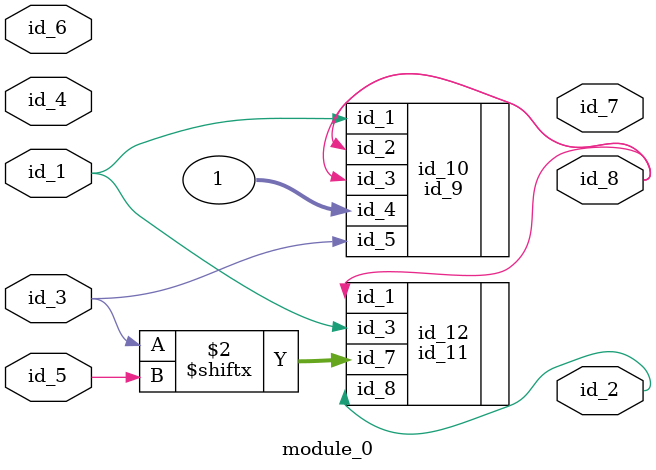
<source format=v>
module module_0 (
    id_1,
    id_2,
    id_3,
    id_4,
    id_5,
    id_6,
    id_7,
    id_8
);
  output id_8;
  output id_7;
  input id_6;
  input id_5;
  input id_4;
  input id_3;
  output id_2;
  input id_1;
  id_9 id_10 (
      .id_3(id_8),
      .id_4((id_5)),
      .id_4(1),
      .id_2(id_4),
      .id_5(id_3),
      .id_2(id_8),
      .id_1(id_1)
  );
  id_11 id_12 (
      .id_3(id_1),
      .id_8(id_8),
      .id_7(id_3[1 : id_5]),
      .id_1(id_8),
      .id_8(id_2)
  );
endmodule

</source>
